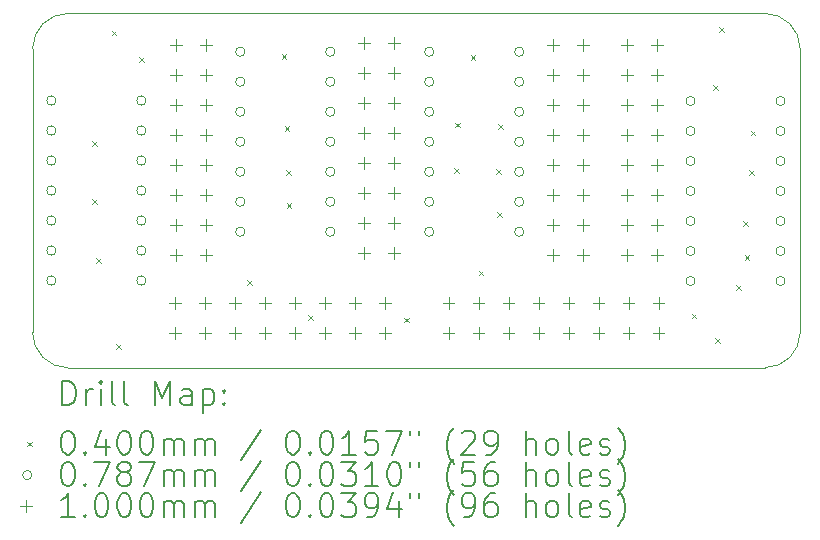
<source format=gbr>
%TF.GenerationSoftware,KiCad,Pcbnew,(6.0.7)*%
%TF.CreationDate,2022-10-12T11:09:08+01:00*%
%TF.ProjectId,RR_5V_HAT,52525f35-565f-4484-9154-2e6b69636164,rev?*%
%TF.SameCoordinates,Original*%
%TF.FileFunction,Drillmap*%
%TF.FilePolarity,Positive*%
%FSLAX45Y45*%
G04 Gerber Fmt 4.5, Leading zero omitted, Abs format (unit mm)*
G04 Created by KiCad (PCBNEW (6.0.7)) date 2022-10-12 11:09:08*
%MOMM*%
%LPD*%
G01*
G04 APERTURE LIST*
%ADD10C,0.100000*%
%ADD11C,0.200000*%
%ADD12C,0.040000*%
%ADD13C,0.078740*%
G04 APERTURE END LIST*
D10*
X23300000Y-3900000D02*
G75*
G03*
X23000000Y-3600000I-300000J0D01*
G01*
X16800000Y-6300000D02*
G75*
G03*
X17100000Y-6600000I300000J0D01*
G01*
X17100000Y-3600000D02*
X23000000Y-3600000D01*
X23300000Y-3900000D02*
X23300000Y-6300000D01*
X23000000Y-6600000D02*
G75*
G03*
X23300000Y-6300000I0J300000D01*
G01*
X16800000Y-6300000D02*
X16800000Y-3900000D01*
X17100000Y-3600000D02*
G75*
G03*
X16800000Y-3900000I0J-300000D01*
G01*
X23000000Y-6600000D02*
X17100000Y-6600000D01*
D11*
D12*
X17304000Y-5172000D02*
X17344000Y-5212000D01*
X17344000Y-5172000D02*
X17304000Y-5212000D01*
X17307000Y-4683000D02*
X17347000Y-4723000D01*
X17347000Y-4683000D02*
X17307000Y-4723000D01*
X17336000Y-5672000D02*
X17376000Y-5712000D01*
X17376000Y-5672000D02*
X17336000Y-5712000D01*
X17470000Y-3745000D02*
X17510000Y-3785000D01*
X17510000Y-3745000D02*
X17470000Y-3785000D01*
X17508000Y-6403000D02*
X17548000Y-6443000D01*
X17548000Y-6403000D02*
X17508000Y-6443000D01*
X17705000Y-3973000D02*
X17745000Y-4013000D01*
X17745000Y-3973000D02*
X17705000Y-4013000D01*
X18620000Y-5860000D02*
X18660000Y-5900000D01*
X18660000Y-5860000D02*
X18620000Y-5900000D01*
X18908000Y-3945000D02*
X18948000Y-3985000D01*
X18948000Y-3945000D02*
X18908000Y-3985000D01*
X18935000Y-4555000D02*
X18975000Y-4595000D01*
X18975000Y-4555000D02*
X18935000Y-4595000D01*
X18947000Y-4929000D02*
X18987000Y-4969000D01*
X18987000Y-4929000D02*
X18947000Y-4969000D01*
X18951000Y-5208000D02*
X18991000Y-5248000D01*
X18991000Y-5208000D02*
X18951000Y-5248000D01*
X19135000Y-6155000D02*
X19175000Y-6195000D01*
X19175000Y-6155000D02*
X19135000Y-6195000D01*
X19945000Y-6175000D02*
X19985000Y-6215000D01*
X19985000Y-6175000D02*
X19945000Y-6215000D01*
X20370000Y-4910000D02*
X20410000Y-4950000D01*
X20410000Y-4910000D02*
X20370000Y-4950000D01*
X20380000Y-4525000D02*
X20420000Y-4565000D01*
X20420000Y-4525000D02*
X20380000Y-4565000D01*
X20510000Y-3955000D02*
X20550000Y-3995000D01*
X20550000Y-3955000D02*
X20510000Y-3995000D01*
X20578000Y-5779000D02*
X20618000Y-5819000D01*
X20618000Y-5779000D02*
X20578000Y-5819000D01*
X20725000Y-4920000D02*
X20765000Y-4960000D01*
X20765000Y-4920000D02*
X20725000Y-4960000D01*
X20735000Y-5280000D02*
X20775000Y-5320000D01*
X20775000Y-5280000D02*
X20735000Y-5320000D01*
X20745000Y-4535000D02*
X20785000Y-4575000D01*
X20785000Y-4535000D02*
X20745000Y-4575000D01*
X22380000Y-6142000D02*
X22420000Y-6182000D01*
X22420000Y-6142000D02*
X22380000Y-6182000D01*
X22560000Y-4210000D02*
X22600000Y-4250000D01*
X22600000Y-4210000D02*
X22560000Y-4250000D01*
X22580000Y-6350000D02*
X22620000Y-6390000D01*
X22620000Y-6350000D02*
X22580000Y-6390000D01*
X22615000Y-3715000D02*
X22655000Y-3755000D01*
X22655000Y-3715000D02*
X22615000Y-3755000D01*
X22757000Y-5898000D02*
X22797000Y-5938000D01*
X22797000Y-5898000D02*
X22757000Y-5938000D01*
X22814000Y-5358000D02*
X22854000Y-5398000D01*
X22854000Y-5358000D02*
X22814000Y-5398000D01*
X22828000Y-5644000D02*
X22868000Y-5684000D01*
X22868000Y-5644000D02*
X22828000Y-5684000D01*
X22868000Y-4925000D02*
X22908000Y-4965000D01*
X22908000Y-4925000D02*
X22868000Y-4965000D01*
X22880000Y-4593000D02*
X22920000Y-4633000D01*
X22920000Y-4593000D02*
X22880000Y-4633000D01*
D13*
X16998370Y-4338000D02*
G75*
G03*
X16998370Y-4338000I-39370J0D01*
G01*
X16998370Y-4592000D02*
G75*
G03*
X16998370Y-4592000I-39370J0D01*
G01*
X16998370Y-4846000D02*
G75*
G03*
X16998370Y-4846000I-39370J0D01*
G01*
X16998370Y-5100000D02*
G75*
G03*
X16998370Y-5100000I-39370J0D01*
G01*
X16998370Y-5354000D02*
G75*
G03*
X16998370Y-5354000I-39370J0D01*
G01*
X16998370Y-5608000D02*
G75*
G03*
X16998370Y-5608000I-39370J0D01*
G01*
X16998370Y-5862000D02*
G75*
G03*
X16998370Y-5862000I-39370J0D01*
G01*
X17760370Y-4338000D02*
G75*
G03*
X17760370Y-4338000I-39370J0D01*
G01*
X17760370Y-4592000D02*
G75*
G03*
X17760370Y-4592000I-39370J0D01*
G01*
X17760370Y-4846000D02*
G75*
G03*
X17760370Y-4846000I-39370J0D01*
G01*
X17760370Y-5100000D02*
G75*
G03*
X17760370Y-5100000I-39370J0D01*
G01*
X17760370Y-5354000D02*
G75*
G03*
X17760370Y-5354000I-39370J0D01*
G01*
X17760370Y-5608000D02*
G75*
G03*
X17760370Y-5608000I-39370J0D01*
G01*
X17760370Y-5862000D02*
G75*
G03*
X17760370Y-5862000I-39370J0D01*
G01*
X18598370Y-3924500D02*
G75*
G03*
X18598370Y-3924500I-39370J0D01*
G01*
X18598370Y-4178500D02*
G75*
G03*
X18598370Y-4178500I-39370J0D01*
G01*
X18598370Y-4432500D02*
G75*
G03*
X18598370Y-4432500I-39370J0D01*
G01*
X18598370Y-4686500D02*
G75*
G03*
X18598370Y-4686500I-39370J0D01*
G01*
X18598370Y-4940500D02*
G75*
G03*
X18598370Y-4940500I-39370J0D01*
G01*
X18598370Y-5194500D02*
G75*
G03*
X18598370Y-5194500I-39370J0D01*
G01*
X18598370Y-5448500D02*
G75*
G03*
X18598370Y-5448500I-39370J0D01*
G01*
X19360370Y-3924500D02*
G75*
G03*
X19360370Y-3924500I-39370J0D01*
G01*
X19360370Y-4178500D02*
G75*
G03*
X19360370Y-4178500I-39370J0D01*
G01*
X19360370Y-4432500D02*
G75*
G03*
X19360370Y-4432500I-39370J0D01*
G01*
X19360370Y-4686500D02*
G75*
G03*
X19360370Y-4686500I-39370J0D01*
G01*
X19360370Y-4940500D02*
G75*
G03*
X19360370Y-4940500I-39370J0D01*
G01*
X19360370Y-5194500D02*
G75*
G03*
X19360370Y-5194500I-39370J0D01*
G01*
X19360370Y-5448500D02*
G75*
G03*
X19360370Y-5448500I-39370J0D01*
G01*
X20198370Y-3924500D02*
G75*
G03*
X20198370Y-3924500I-39370J0D01*
G01*
X20198370Y-4178500D02*
G75*
G03*
X20198370Y-4178500I-39370J0D01*
G01*
X20198370Y-4432500D02*
G75*
G03*
X20198370Y-4432500I-39370J0D01*
G01*
X20198370Y-4686500D02*
G75*
G03*
X20198370Y-4686500I-39370J0D01*
G01*
X20198370Y-4940500D02*
G75*
G03*
X20198370Y-4940500I-39370J0D01*
G01*
X20198370Y-5194500D02*
G75*
G03*
X20198370Y-5194500I-39370J0D01*
G01*
X20198370Y-5448500D02*
G75*
G03*
X20198370Y-5448500I-39370J0D01*
G01*
X20960370Y-3924500D02*
G75*
G03*
X20960370Y-3924500I-39370J0D01*
G01*
X20960370Y-4178500D02*
G75*
G03*
X20960370Y-4178500I-39370J0D01*
G01*
X20960370Y-4432500D02*
G75*
G03*
X20960370Y-4432500I-39370J0D01*
G01*
X20960370Y-4686500D02*
G75*
G03*
X20960370Y-4686500I-39370J0D01*
G01*
X20960370Y-4940500D02*
G75*
G03*
X20960370Y-4940500I-39370J0D01*
G01*
X20960370Y-5194500D02*
G75*
G03*
X20960370Y-5194500I-39370J0D01*
G01*
X20960370Y-5448500D02*
G75*
G03*
X20960370Y-5448500I-39370J0D01*
G01*
X22410370Y-4342000D02*
G75*
G03*
X22410370Y-4342000I-39370J0D01*
G01*
X22410370Y-4596000D02*
G75*
G03*
X22410370Y-4596000I-39370J0D01*
G01*
X22410370Y-4850000D02*
G75*
G03*
X22410370Y-4850000I-39370J0D01*
G01*
X22410370Y-5104000D02*
G75*
G03*
X22410370Y-5104000I-39370J0D01*
G01*
X22410370Y-5358000D02*
G75*
G03*
X22410370Y-5358000I-39370J0D01*
G01*
X22410370Y-5612000D02*
G75*
G03*
X22410370Y-5612000I-39370J0D01*
G01*
X22410370Y-5866000D02*
G75*
G03*
X22410370Y-5866000I-39370J0D01*
G01*
X23172370Y-4342000D02*
G75*
G03*
X23172370Y-4342000I-39370J0D01*
G01*
X23172370Y-4596000D02*
G75*
G03*
X23172370Y-4596000I-39370J0D01*
G01*
X23172370Y-4850000D02*
G75*
G03*
X23172370Y-4850000I-39370J0D01*
G01*
X23172370Y-5104000D02*
G75*
G03*
X23172370Y-5104000I-39370J0D01*
G01*
X23172370Y-5358000D02*
G75*
G03*
X23172370Y-5358000I-39370J0D01*
G01*
X23172370Y-5612000D02*
G75*
G03*
X23172370Y-5612000I-39370J0D01*
G01*
X23172370Y-5866000D02*
G75*
G03*
X23172370Y-5866000I-39370J0D01*
G01*
D10*
X18009500Y-6001000D02*
X18009500Y-6101000D01*
X17959500Y-6051000D02*
X18059500Y-6051000D01*
X18009500Y-6255000D02*
X18009500Y-6355000D01*
X17959500Y-6305000D02*
X18059500Y-6305000D01*
X18013500Y-3817780D02*
X18013500Y-3917780D01*
X17963500Y-3867780D02*
X18063500Y-3867780D01*
X18013500Y-4071780D02*
X18013500Y-4171780D01*
X17963500Y-4121780D02*
X18063500Y-4121780D01*
X18013500Y-4325780D02*
X18013500Y-4425780D01*
X17963500Y-4375780D02*
X18063500Y-4375780D01*
X18013500Y-4579780D02*
X18013500Y-4679780D01*
X17963500Y-4629780D02*
X18063500Y-4629780D01*
X18013500Y-4833780D02*
X18013500Y-4933780D01*
X17963500Y-4883780D02*
X18063500Y-4883780D01*
X18013500Y-5087780D02*
X18013500Y-5187780D01*
X17963500Y-5137780D02*
X18063500Y-5137780D01*
X18013500Y-5341780D02*
X18013500Y-5441780D01*
X17963500Y-5391780D02*
X18063500Y-5391780D01*
X18013500Y-5595780D02*
X18013500Y-5695780D01*
X17963500Y-5645780D02*
X18063500Y-5645780D01*
X18263500Y-6001000D02*
X18263500Y-6101000D01*
X18213500Y-6051000D02*
X18313500Y-6051000D01*
X18263500Y-6255000D02*
X18263500Y-6355000D01*
X18213500Y-6305000D02*
X18313500Y-6305000D01*
X18267500Y-3817780D02*
X18267500Y-3917780D01*
X18217500Y-3867780D02*
X18317500Y-3867780D01*
X18267500Y-4071780D02*
X18267500Y-4171780D01*
X18217500Y-4121780D02*
X18317500Y-4121780D01*
X18267500Y-4325780D02*
X18267500Y-4425780D01*
X18217500Y-4375780D02*
X18317500Y-4375780D01*
X18267500Y-4579780D02*
X18267500Y-4679780D01*
X18217500Y-4629780D02*
X18317500Y-4629780D01*
X18267500Y-4833780D02*
X18267500Y-4933780D01*
X18217500Y-4883780D02*
X18317500Y-4883780D01*
X18267500Y-5087780D02*
X18267500Y-5187780D01*
X18217500Y-5137780D02*
X18317500Y-5137780D01*
X18267500Y-5341780D02*
X18267500Y-5441780D01*
X18217500Y-5391780D02*
X18317500Y-5391780D01*
X18267500Y-5595780D02*
X18267500Y-5695780D01*
X18217500Y-5645780D02*
X18317500Y-5645780D01*
X18517500Y-6001000D02*
X18517500Y-6101000D01*
X18467500Y-6051000D02*
X18567500Y-6051000D01*
X18517500Y-6255000D02*
X18517500Y-6355000D01*
X18467500Y-6305000D02*
X18567500Y-6305000D01*
X18771500Y-6001000D02*
X18771500Y-6101000D01*
X18721500Y-6051000D02*
X18821500Y-6051000D01*
X18771500Y-6255000D02*
X18771500Y-6355000D01*
X18721500Y-6305000D02*
X18821500Y-6305000D01*
X19025500Y-6001000D02*
X19025500Y-6101000D01*
X18975500Y-6051000D02*
X19075500Y-6051000D01*
X19025500Y-6255000D02*
X19025500Y-6355000D01*
X18975500Y-6305000D02*
X19075500Y-6305000D01*
X19279500Y-6001000D02*
X19279500Y-6101000D01*
X19229500Y-6051000D02*
X19329500Y-6051000D01*
X19279500Y-6255000D02*
X19279500Y-6355000D01*
X19229500Y-6305000D02*
X19329500Y-6305000D01*
X19533500Y-6001000D02*
X19533500Y-6101000D01*
X19483500Y-6051000D02*
X19583500Y-6051000D01*
X19533500Y-6255000D02*
X19533500Y-6355000D01*
X19483500Y-6305000D02*
X19583500Y-6305000D01*
X19603500Y-3801040D02*
X19603500Y-3901040D01*
X19553500Y-3851040D02*
X19653500Y-3851040D01*
X19603500Y-4055040D02*
X19603500Y-4155040D01*
X19553500Y-4105040D02*
X19653500Y-4105040D01*
X19603500Y-4309040D02*
X19603500Y-4409040D01*
X19553500Y-4359040D02*
X19653500Y-4359040D01*
X19603500Y-4563040D02*
X19603500Y-4663040D01*
X19553500Y-4613040D02*
X19653500Y-4613040D01*
X19603500Y-4817040D02*
X19603500Y-4917040D01*
X19553500Y-4867040D02*
X19653500Y-4867040D01*
X19603500Y-5071040D02*
X19603500Y-5171040D01*
X19553500Y-5121040D02*
X19653500Y-5121040D01*
X19603500Y-5325040D02*
X19603500Y-5425040D01*
X19553500Y-5375040D02*
X19653500Y-5375040D01*
X19603500Y-5579040D02*
X19603500Y-5679040D01*
X19553500Y-5629040D02*
X19653500Y-5629040D01*
X19787500Y-6001000D02*
X19787500Y-6101000D01*
X19737500Y-6051000D02*
X19837500Y-6051000D01*
X19787500Y-6255000D02*
X19787500Y-6355000D01*
X19737500Y-6305000D02*
X19837500Y-6305000D01*
X19857500Y-3801040D02*
X19857500Y-3901040D01*
X19807500Y-3851040D02*
X19907500Y-3851040D01*
X19857500Y-4055040D02*
X19857500Y-4155040D01*
X19807500Y-4105040D02*
X19907500Y-4105040D01*
X19857500Y-4309040D02*
X19857500Y-4409040D01*
X19807500Y-4359040D02*
X19907500Y-4359040D01*
X19857500Y-4563040D02*
X19857500Y-4663040D01*
X19807500Y-4613040D02*
X19907500Y-4613040D01*
X19857500Y-4817040D02*
X19857500Y-4917040D01*
X19807500Y-4867040D02*
X19907500Y-4867040D01*
X19857500Y-5071040D02*
X19857500Y-5171040D01*
X19807500Y-5121040D02*
X19907500Y-5121040D01*
X19857500Y-5325040D02*
X19857500Y-5425040D01*
X19807500Y-5375040D02*
X19907500Y-5375040D01*
X19857500Y-5579040D02*
X19857500Y-5679040D01*
X19807500Y-5629040D02*
X19907500Y-5629040D01*
X20322500Y-6000000D02*
X20322500Y-6100000D01*
X20272500Y-6050000D02*
X20372500Y-6050000D01*
X20322500Y-6254000D02*
X20322500Y-6354000D01*
X20272500Y-6304000D02*
X20372500Y-6304000D01*
X20576500Y-6000000D02*
X20576500Y-6100000D01*
X20526500Y-6050000D02*
X20626500Y-6050000D01*
X20576500Y-6254000D02*
X20576500Y-6354000D01*
X20526500Y-6304000D02*
X20626500Y-6304000D01*
X20830500Y-6000000D02*
X20830500Y-6100000D01*
X20780500Y-6050000D02*
X20880500Y-6050000D01*
X20830500Y-6254000D02*
X20830500Y-6354000D01*
X20780500Y-6304000D02*
X20880500Y-6304000D01*
X21084500Y-6000000D02*
X21084500Y-6100000D01*
X21034500Y-6050000D02*
X21134500Y-6050000D01*
X21084500Y-6254000D02*
X21084500Y-6354000D01*
X21034500Y-6304000D02*
X21134500Y-6304000D01*
X21203500Y-3819500D02*
X21203500Y-3919500D01*
X21153500Y-3869500D02*
X21253500Y-3869500D01*
X21203500Y-4073500D02*
X21203500Y-4173500D01*
X21153500Y-4123500D02*
X21253500Y-4123500D01*
X21203500Y-4327500D02*
X21203500Y-4427500D01*
X21153500Y-4377500D02*
X21253500Y-4377500D01*
X21203500Y-4581500D02*
X21203500Y-4681500D01*
X21153500Y-4631500D02*
X21253500Y-4631500D01*
X21203500Y-4835500D02*
X21203500Y-4935500D01*
X21153500Y-4885500D02*
X21253500Y-4885500D01*
X21203500Y-5089500D02*
X21203500Y-5189500D01*
X21153500Y-5139500D02*
X21253500Y-5139500D01*
X21203500Y-5343500D02*
X21203500Y-5443500D01*
X21153500Y-5393500D02*
X21253500Y-5393500D01*
X21203500Y-5597500D02*
X21203500Y-5697500D01*
X21153500Y-5647500D02*
X21253500Y-5647500D01*
X21338500Y-6000000D02*
X21338500Y-6100000D01*
X21288500Y-6050000D02*
X21388500Y-6050000D01*
X21338500Y-6254000D02*
X21338500Y-6354000D01*
X21288500Y-6304000D02*
X21388500Y-6304000D01*
X21457500Y-3819500D02*
X21457500Y-3919500D01*
X21407500Y-3869500D02*
X21507500Y-3869500D01*
X21457500Y-4073500D02*
X21457500Y-4173500D01*
X21407500Y-4123500D02*
X21507500Y-4123500D01*
X21457500Y-4327500D02*
X21457500Y-4427500D01*
X21407500Y-4377500D02*
X21507500Y-4377500D01*
X21457500Y-4581500D02*
X21457500Y-4681500D01*
X21407500Y-4631500D02*
X21507500Y-4631500D01*
X21457500Y-4835500D02*
X21457500Y-4935500D01*
X21407500Y-4885500D02*
X21507500Y-4885500D01*
X21457500Y-5089500D02*
X21457500Y-5189500D01*
X21407500Y-5139500D02*
X21507500Y-5139500D01*
X21457500Y-5343500D02*
X21457500Y-5443500D01*
X21407500Y-5393500D02*
X21507500Y-5393500D01*
X21457500Y-5597500D02*
X21457500Y-5697500D01*
X21407500Y-5647500D02*
X21507500Y-5647500D01*
X21592500Y-6000000D02*
X21592500Y-6100000D01*
X21542500Y-6050000D02*
X21642500Y-6050000D01*
X21592500Y-6254000D02*
X21592500Y-6354000D01*
X21542500Y-6304000D02*
X21642500Y-6304000D01*
X21832500Y-3820000D02*
X21832500Y-3920000D01*
X21782500Y-3870000D02*
X21882500Y-3870000D01*
X21832500Y-4074000D02*
X21832500Y-4174000D01*
X21782500Y-4124000D02*
X21882500Y-4124000D01*
X21832500Y-4328000D02*
X21832500Y-4428000D01*
X21782500Y-4378000D02*
X21882500Y-4378000D01*
X21832500Y-4582000D02*
X21832500Y-4682000D01*
X21782500Y-4632000D02*
X21882500Y-4632000D01*
X21832500Y-4836000D02*
X21832500Y-4936000D01*
X21782500Y-4886000D02*
X21882500Y-4886000D01*
X21832500Y-5090000D02*
X21832500Y-5190000D01*
X21782500Y-5140000D02*
X21882500Y-5140000D01*
X21832500Y-5344000D02*
X21832500Y-5444000D01*
X21782500Y-5394000D02*
X21882500Y-5394000D01*
X21832500Y-5598000D02*
X21832500Y-5698000D01*
X21782500Y-5648000D02*
X21882500Y-5648000D01*
X21846500Y-6000000D02*
X21846500Y-6100000D01*
X21796500Y-6050000D02*
X21896500Y-6050000D01*
X21846500Y-6254000D02*
X21846500Y-6354000D01*
X21796500Y-6304000D02*
X21896500Y-6304000D01*
X22086500Y-3820000D02*
X22086500Y-3920000D01*
X22036500Y-3870000D02*
X22136500Y-3870000D01*
X22086500Y-4074000D02*
X22086500Y-4174000D01*
X22036500Y-4124000D02*
X22136500Y-4124000D01*
X22086500Y-4328000D02*
X22086500Y-4428000D01*
X22036500Y-4378000D02*
X22136500Y-4378000D01*
X22086500Y-4582000D02*
X22086500Y-4682000D01*
X22036500Y-4632000D02*
X22136500Y-4632000D01*
X22086500Y-4836000D02*
X22086500Y-4936000D01*
X22036500Y-4886000D02*
X22136500Y-4886000D01*
X22086500Y-5090000D02*
X22086500Y-5190000D01*
X22036500Y-5140000D02*
X22136500Y-5140000D01*
X22086500Y-5344000D02*
X22086500Y-5444000D01*
X22036500Y-5394000D02*
X22136500Y-5394000D01*
X22086500Y-5598000D02*
X22086500Y-5698000D01*
X22036500Y-5648000D02*
X22136500Y-5648000D01*
X22100500Y-6000000D02*
X22100500Y-6100000D01*
X22050500Y-6050000D02*
X22150500Y-6050000D01*
X22100500Y-6254000D02*
X22100500Y-6354000D01*
X22050500Y-6304000D02*
X22150500Y-6304000D01*
D11*
X17052619Y-6915476D02*
X17052619Y-6715476D01*
X17100238Y-6715476D01*
X17128810Y-6725000D01*
X17147857Y-6744048D01*
X17157381Y-6763095D01*
X17166905Y-6801190D01*
X17166905Y-6829762D01*
X17157381Y-6867857D01*
X17147857Y-6886905D01*
X17128810Y-6905952D01*
X17100238Y-6915476D01*
X17052619Y-6915476D01*
X17252619Y-6915476D02*
X17252619Y-6782143D01*
X17252619Y-6820238D02*
X17262143Y-6801190D01*
X17271667Y-6791667D01*
X17290714Y-6782143D01*
X17309762Y-6782143D01*
X17376429Y-6915476D02*
X17376429Y-6782143D01*
X17376429Y-6715476D02*
X17366905Y-6725000D01*
X17376429Y-6734524D01*
X17385952Y-6725000D01*
X17376429Y-6715476D01*
X17376429Y-6734524D01*
X17500238Y-6915476D02*
X17481190Y-6905952D01*
X17471667Y-6886905D01*
X17471667Y-6715476D01*
X17605000Y-6915476D02*
X17585952Y-6905952D01*
X17576429Y-6886905D01*
X17576429Y-6715476D01*
X17833571Y-6915476D02*
X17833571Y-6715476D01*
X17900238Y-6858333D01*
X17966905Y-6715476D01*
X17966905Y-6915476D01*
X18147857Y-6915476D02*
X18147857Y-6810714D01*
X18138333Y-6791667D01*
X18119286Y-6782143D01*
X18081190Y-6782143D01*
X18062143Y-6791667D01*
X18147857Y-6905952D02*
X18128810Y-6915476D01*
X18081190Y-6915476D01*
X18062143Y-6905952D01*
X18052619Y-6886905D01*
X18052619Y-6867857D01*
X18062143Y-6848809D01*
X18081190Y-6839286D01*
X18128810Y-6839286D01*
X18147857Y-6829762D01*
X18243095Y-6782143D02*
X18243095Y-6982143D01*
X18243095Y-6791667D02*
X18262143Y-6782143D01*
X18300238Y-6782143D01*
X18319286Y-6791667D01*
X18328810Y-6801190D01*
X18338333Y-6820238D01*
X18338333Y-6877381D01*
X18328810Y-6896428D01*
X18319286Y-6905952D01*
X18300238Y-6915476D01*
X18262143Y-6915476D01*
X18243095Y-6905952D01*
X18424048Y-6896428D02*
X18433571Y-6905952D01*
X18424048Y-6915476D01*
X18414524Y-6905952D01*
X18424048Y-6896428D01*
X18424048Y-6915476D01*
X18424048Y-6791667D02*
X18433571Y-6801190D01*
X18424048Y-6810714D01*
X18414524Y-6801190D01*
X18424048Y-6791667D01*
X18424048Y-6810714D01*
D12*
X16755000Y-7225000D02*
X16795000Y-7265000D01*
X16795000Y-7225000D02*
X16755000Y-7265000D01*
D11*
X17090714Y-7135476D02*
X17109762Y-7135476D01*
X17128810Y-7145000D01*
X17138333Y-7154524D01*
X17147857Y-7173571D01*
X17157381Y-7211667D01*
X17157381Y-7259286D01*
X17147857Y-7297381D01*
X17138333Y-7316428D01*
X17128810Y-7325952D01*
X17109762Y-7335476D01*
X17090714Y-7335476D01*
X17071667Y-7325952D01*
X17062143Y-7316428D01*
X17052619Y-7297381D01*
X17043095Y-7259286D01*
X17043095Y-7211667D01*
X17052619Y-7173571D01*
X17062143Y-7154524D01*
X17071667Y-7145000D01*
X17090714Y-7135476D01*
X17243095Y-7316428D02*
X17252619Y-7325952D01*
X17243095Y-7335476D01*
X17233571Y-7325952D01*
X17243095Y-7316428D01*
X17243095Y-7335476D01*
X17424048Y-7202143D02*
X17424048Y-7335476D01*
X17376429Y-7125952D02*
X17328810Y-7268809D01*
X17452619Y-7268809D01*
X17566905Y-7135476D02*
X17585952Y-7135476D01*
X17605000Y-7145000D01*
X17614524Y-7154524D01*
X17624048Y-7173571D01*
X17633571Y-7211667D01*
X17633571Y-7259286D01*
X17624048Y-7297381D01*
X17614524Y-7316428D01*
X17605000Y-7325952D01*
X17585952Y-7335476D01*
X17566905Y-7335476D01*
X17547857Y-7325952D01*
X17538333Y-7316428D01*
X17528810Y-7297381D01*
X17519286Y-7259286D01*
X17519286Y-7211667D01*
X17528810Y-7173571D01*
X17538333Y-7154524D01*
X17547857Y-7145000D01*
X17566905Y-7135476D01*
X17757381Y-7135476D02*
X17776429Y-7135476D01*
X17795476Y-7145000D01*
X17805000Y-7154524D01*
X17814524Y-7173571D01*
X17824048Y-7211667D01*
X17824048Y-7259286D01*
X17814524Y-7297381D01*
X17805000Y-7316428D01*
X17795476Y-7325952D01*
X17776429Y-7335476D01*
X17757381Y-7335476D01*
X17738333Y-7325952D01*
X17728810Y-7316428D01*
X17719286Y-7297381D01*
X17709762Y-7259286D01*
X17709762Y-7211667D01*
X17719286Y-7173571D01*
X17728810Y-7154524D01*
X17738333Y-7145000D01*
X17757381Y-7135476D01*
X17909762Y-7335476D02*
X17909762Y-7202143D01*
X17909762Y-7221190D02*
X17919286Y-7211667D01*
X17938333Y-7202143D01*
X17966905Y-7202143D01*
X17985952Y-7211667D01*
X17995476Y-7230714D01*
X17995476Y-7335476D01*
X17995476Y-7230714D02*
X18005000Y-7211667D01*
X18024048Y-7202143D01*
X18052619Y-7202143D01*
X18071667Y-7211667D01*
X18081190Y-7230714D01*
X18081190Y-7335476D01*
X18176429Y-7335476D02*
X18176429Y-7202143D01*
X18176429Y-7221190D02*
X18185952Y-7211667D01*
X18205000Y-7202143D01*
X18233571Y-7202143D01*
X18252619Y-7211667D01*
X18262143Y-7230714D01*
X18262143Y-7335476D01*
X18262143Y-7230714D02*
X18271667Y-7211667D01*
X18290714Y-7202143D01*
X18319286Y-7202143D01*
X18338333Y-7211667D01*
X18347857Y-7230714D01*
X18347857Y-7335476D01*
X18738333Y-7125952D02*
X18566905Y-7383095D01*
X18995476Y-7135476D02*
X19014524Y-7135476D01*
X19033571Y-7145000D01*
X19043095Y-7154524D01*
X19052619Y-7173571D01*
X19062143Y-7211667D01*
X19062143Y-7259286D01*
X19052619Y-7297381D01*
X19043095Y-7316428D01*
X19033571Y-7325952D01*
X19014524Y-7335476D01*
X18995476Y-7335476D01*
X18976429Y-7325952D01*
X18966905Y-7316428D01*
X18957381Y-7297381D01*
X18947857Y-7259286D01*
X18947857Y-7211667D01*
X18957381Y-7173571D01*
X18966905Y-7154524D01*
X18976429Y-7145000D01*
X18995476Y-7135476D01*
X19147857Y-7316428D02*
X19157381Y-7325952D01*
X19147857Y-7335476D01*
X19138333Y-7325952D01*
X19147857Y-7316428D01*
X19147857Y-7335476D01*
X19281190Y-7135476D02*
X19300238Y-7135476D01*
X19319286Y-7145000D01*
X19328810Y-7154524D01*
X19338333Y-7173571D01*
X19347857Y-7211667D01*
X19347857Y-7259286D01*
X19338333Y-7297381D01*
X19328810Y-7316428D01*
X19319286Y-7325952D01*
X19300238Y-7335476D01*
X19281190Y-7335476D01*
X19262143Y-7325952D01*
X19252619Y-7316428D01*
X19243095Y-7297381D01*
X19233571Y-7259286D01*
X19233571Y-7211667D01*
X19243095Y-7173571D01*
X19252619Y-7154524D01*
X19262143Y-7145000D01*
X19281190Y-7135476D01*
X19538333Y-7335476D02*
X19424048Y-7335476D01*
X19481190Y-7335476D02*
X19481190Y-7135476D01*
X19462143Y-7164048D01*
X19443095Y-7183095D01*
X19424048Y-7192619D01*
X19719286Y-7135476D02*
X19624048Y-7135476D01*
X19614524Y-7230714D01*
X19624048Y-7221190D01*
X19643095Y-7211667D01*
X19690714Y-7211667D01*
X19709762Y-7221190D01*
X19719286Y-7230714D01*
X19728810Y-7249762D01*
X19728810Y-7297381D01*
X19719286Y-7316428D01*
X19709762Y-7325952D01*
X19690714Y-7335476D01*
X19643095Y-7335476D01*
X19624048Y-7325952D01*
X19614524Y-7316428D01*
X19795476Y-7135476D02*
X19928810Y-7135476D01*
X19843095Y-7335476D01*
X19995476Y-7135476D02*
X19995476Y-7173571D01*
X20071667Y-7135476D02*
X20071667Y-7173571D01*
X20366905Y-7411667D02*
X20357381Y-7402143D01*
X20338333Y-7373571D01*
X20328810Y-7354524D01*
X20319286Y-7325952D01*
X20309762Y-7278333D01*
X20309762Y-7240238D01*
X20319286Y-7192619D01*
X20328810Y-7164048D01*
X20338333Y-7145000D01*
X20357381Y-7116428D01*
X20366905Y-7106905D01*
X20433571Y-7154524D02*
X20443095Y-7145000D01*
X20462143Y-7135476D01*
X20509762Y-7135476D01*
X20528810Y-7145000D01*
X20538333Y-7154524D01*
X20547857Y-7173571D01*
X20547857Y-7192619D01*
X20538333Y-7221190D01*
X20424048Y-7335476D01*
X20547857Y-7335476D01*
X20643095Y-7335476D02*
X20681190Y-7335476D01*
X20700238Y-7325952D01*
X20709762Y-7316428D01*
X20728810Y-7287857D01*
X20738333Y-7249762D01*
X20738333Y-7173571D01*
X20728810Y-7154524D01*
X20719286Y-7145000D01*
X20700238Y-7135476D01*
X20662143Y-7135476D01*
X20643095Y-7145000D01*
X20633571Y-7154524D01*
X20624048Y-7173571D01*
X20624048Y-7221190D01*
X20633571Y-7240238D01*
X20643095Y-7249762D01*
X20662143Y-7259286D01*
X20700238Y-7259286D01*
X20719286Y-7249762D01*
X20728810Y-7240238D01*
X20738333Y-7221190D01*
X20976429Y-7335476D02*
X20976429Y-7135476D01*
X21062143Y-7335476D02*
X21062143Y-7230714D01*
X21052619Y-7211667D01*
X21033571Y-7202143D01*
X21005000Y-7202143D01*
X20985952Y-7211667D01*
X20976429Y-7221190D01*
X21185952Y-7335476D02*
X21166905Y-7325952D01*
X21157381Y-7316428D01*
X21147857Y-7297381D01*
X21147857Y-7240238D01*
X21157381Y-7221190D01*
X21166905Y-7211667D01*
X21185952Y-7202143D01*
X21214524Y-7202143D01*
X21233571Y-7211667D01*
X21243095Y-7221190D01*
X21252619Y-7240238D01*
X21252619Y-7297381D01*
X21243095Y-7316428D01*
X21233571Y-7325952D01*
X21214524Y-7335476D01*
X21185952Y-7335476D01*
X21366905Y-7335476D02*
X21347857Y-7325952D01*
X21338333Y-7306905D01*
X21338333Y-7135476D01*
X21519286Y-7325952D02*
X21500238Y-7335476D01*
X21462143Y-7335476D01*
X21443095Y-7325952D01*
X21433571Y-7306905D01*
X21433571Y-7230714D01*
X21443095Y-7211667D01*
X21462143Y-7202143D01*
X21500238Y-7202143D01*
X21519286Y-7211667D01*
X21528810Y-7230714D01*
X21528810Y-7249762D01*
X21433571Y-7268809D01*
X21605000Y-7325952D02*
X21624048Y-7335476D01*
X21662143Y-7335476D01*
X21681190Y-7325952D01*
X21690714Y-7306905D01*
X21690714Y-7297381D01*
X21681190Y-7278333D01*
X21662143Y-7268809D01*
X21633571Y-7268809D01*
X21614524Y-7259286D01*
X21605000Y-7240238D01*
X21605000Y-7230714D01*
X21614524Y-7211667D01*
X21633571Y-7202143D01*
X21662143Y-7202143D01*
X21681190Y-7211667D01*
X21757381Y-7411667D02*
X21766905Y-7402143D01*
X21785952Y-7373571D01*
X21795476Y-7354524D01*
X21805000Y-7325952D01*
X21814524Y-7278333D01*
X21814524Y-7240238D01*
X21805000Y-7192619D01*
X21795476Y-7164048D01*
X21785952Y-7145000D01*
X21766905Y-7116428D01*
X21757381Y-7106905D01*
D13*
X16795000Y-7509000D02*
G75*
G03*
X16795000Y-7509000I-39370J0D01*
G01*
D11*
X17090714Y-7399476D02*
X17109762Y-7399476D01*
X17128810Y-7409000D01*
X17138333Y-7418524D01*
X17147857Y-7437571D01*
X17157381Y-7475667D01*
X17157381Y-7523286D01*
X17147857Y-7561381D01*
X17138333Y-7580428D01*
X17128810Y-7589952D01*
X17109762Y-7599476D01*
X17090714Y-7599476D01*
X17071667Y-7589952D01*
X17062143Y-7580428D01*
X17052619Y-7561381D01*
X17043095Y-7523286D01*
X17043095Y-7475667D01*
X17052619Y-7437571D01*
X17062143Y-7418524D01*
X17071667Y-7409000D01*
X17090714Y-7399476D01*
X17243095Y-7580428D02*
X17252619Y-7589952D01*
X17243095Y-7599476D01*
X17233571Y-7589952D01*
X17243095Y-7580428D01*
X17243095Y-7599476D01*
X17319286Y-7399476D02*
X17452619Y-7399476D01*
X17366905Y-7599476D01*
X17557381Y-7485190D02*
X17538333Y-7475667D01*
X17528810Y-7466143D01*
X17519286Y-7447095D01*
X17519286Y-7437571D01*
X17528810Y-7418524D01*
X17538333Y-7409000D01*
X17557381Y-7399476D01*
X17595476Y-7399476D01*
X17614524Y-7409000D01*
X17624048Y-7418524D01*
X17633571Y-7437571D01*
X17633571Y-7447095D01*
X17624048Y-7466143D01*
X17614524Y-7475667D01*
X17595476Y-7485190D01*
X17557381Y-7485190D01*
X17538333Y-7494714D01*
X17528810Y-7504238D01*
X17519286Y-7523286D01*
X17519286Y-7561381D01*
X17528810Y-7580428D01*
X17538333Y-7589952D01*
X17557381Y-7599476D01*
X17595476Y-7599476D01*
X17614524Y-7589952D01*
X17624048Y-7580428D01*
X17633571Y-7561381D01*
X17633571Y-7523286D01*
X17624048Y-7504238D01*
X17614524Y-7494714D01*
X17595476Y-7485190D01*
X17700238Y-7399476D02*
X17833571Y-7399476D01*
X17747857Y-7599476D01*
X17909762Y-7599476D02*
X17909762Y-7466143D01*
X17909762Y-7485190D02*
X17919286Y-7475667D01*
X17938333Y-7466143D01*
X17966905Y-7466143D01*
X17985952Y-7475667D01*
X17995476Y-7494714D01*
X17995476Y-7599476D01*
X17995476Y-7494714D02*
X18005000Y-7475667D01*
X18024048Y-7466143D01*
X18052619Y-7466143D01*
X18071667Y-7475667D01*
X18081190Y-7494714D01*
X18081190Y-7599476D01*
X18176429Y-7599476D02*
X18176429Y-7466143D01*
X18176429Y-7485190D02*
X18185952Y-7475667D01*
X18205000Y-7466143D01*
X18233571Y-7466143D01*
X18252619Y-7475667D01*
X18262143Y-7494714D01*
X18262143Y-7599476D01*
X18262143Y-7494714D02*
X18271667Y-7475667D01*
X18290714Y-7466143D01*
X18319286Y-7466143D01*
X18338333Y-7475667D01*
X18347857Y-7494714D01*
X18347857Y-7599476D01*
X18738333Y-7389952D02*
X18566905Y-7647095D01*
X18995476Y-7399476D02*
X19014524Y-7399476D01*
X19033571Y-7409000D01*
X19043095Y-7418524D01*
X19052619Y-7437571D01*
X19062143Y-7475667D01*
X19062143Y-7523286D01*
X19052619Y-7561381D01*
X19043095Y-7580428D01*
X19033571Y-7589952D01*
X19014524Y-7599476D01*
X18995476Y-7599476D01*
X18976429Y-7589952D01*
X18966905Y-7580428D01*
X18957381Y-7561381D01*
X18947857Y-7523286D01*
X18947857Y-7475667D01*
X18957381Y-7437571D01*
X18966905Y-7418524D01*
X18976429Y-7409000D01*
X18995476Y-7399476D01*
X19147857Y-7580428D02*
X19157381Y-7589952D01*
X19147857Y-7599476D01*
X19138333Y-7589952D01*
X19147857Y-7580428D01*
X19147857Y-7599476D01*
X19281190Y-7399476D02*
X19300238Y-7399476D01*
X19319286Y-7409000D01*
X19328810Y-7418524D01*
X19338333Y-7437571D01*
X19347857Y-7475667D01*
X19347857Y-7523286D01*
X19338333Y-7561381D01*
X19328810Y-7580428D01*
X19319286Y-7589952D01*
X19300238Y-7599476D01*
X19281190Y-7599476D01*
X19262143Y-7589952D01*
X19252619Y-7580428D01*
X19243095Y-7561381D01*
X19233571Y-7523286D01*
X19233571Y-7475667D01*
X19243095Y-7437571D01*
X19252619Y-7418524D01*
X19262143Y-7409000D01*
X19281190Y-7399476D01*
X19414524Y-7399476D02*
X19538333Y-7399476D01*
X19471667Y-7475667D01*
X19500238Y-7475667D01*
X19519286Y-7485190D01*
X19528810Y-7494714D01*
X19538333Y-7513762D01*
X19538333Y-7561381D01*
X19528810Y-7580428D01*
X19519286Y-7589952D01*
X19500238Y-7599476D01*
X19443095Y-7599476D01*
X19424048Y-7589952D01*
X19414524Y-7580428D01*
X19728810Y-7599476D02*
X19614524Y-7599476D01*
X19671667Y-7599476D02*
X19671667Y-7399476D01*
X19652619Y-7428048D01*
X19633571Y-7447095D01*
X19614524Y-7456619D01*
X19852619Y-7399476D02*
X19871667Y-7399476D01*
X19890714Y-7409000D01*
X19900238Y-7418524D01*
X19909762Y-7437571D01*
X19919286Y-7475667D01*
X19919286Y-7523286D01*
X19909762Y-7561381D01*
X19900238Y-7580428D01*
X19890714Y-7589952D01*
X19871667Y-7599476D01*
X19852619Y-7599476D01*
X19833571Y-7589952D01*
X19824048Y-7580428D01*
X19814524Y-7561381D01*
X19805000Y-7523286D01*
X19805000Y-7475667D01*
X19814524Y-7437571D01*
X19824048Y-7418524D01*
X19833571Y-7409000D01*
X19852619Y-7399476D01*
X19995476Y-7399476D02*
X19995476Y-7437571D01*
X20071667Y-7399476D02*
X20071667Y-7437571D01*
X20366905Y-7675667D02*
X20357381Y-7666143D01*
X20338333Y-7637571D01*
X20328810Y-7618524D01*
X20319286Y-7589952D01*
X20309762Y-7542333D01*
X20309762Y-7504238D01*
X20319286Y-7456619D01*
X20328810Y-7428048D01*
X20338333Y-7409000D01*
X20357381Y-7380428D01*
X20366905Y-7370905D01*
X20538333Y-7399476D02*
X20443095Y-7399476D01*
X20433571Y-7494714D01*
X20443095Y-7485190D01*
X20462143Y-7475667D01*
X20509762Y-7475667D01*
X20528810Y-7485190D01*
X20538333Y-7494714D01*
X20547857Y-7513762D01*
X20547857Y-7561381D01*
X20538333Y-7580428D01*
X20528810Y-7589952D01*
X20509762Y-7599476D01*
X20462143Y-7599476D01*
X20443095Y-7589952D01*
X20433571Y-7580428D01*
X20719286Y-7399476D02*
X20681190Y-7399476D01*
X20662143Y-7409000D01*
X20652619Y-7418524D01*
X20633571Y-7447095D01*
X20624048Y-7485190D01*
X20624048Y-7561381D01*
X20633571Y-7580428D01*
X20643095Y-7589952D01*
X20662143Y-7599476D01*
X20700238Y-7599476D01*
X20719286Y-7589952D01*
X20728810Y-7580428D01*
X20738333Y-7561381D01*
X20738333Y-7513762D01*
X20728810Y-7494714D01*
X20719286Y-7485190D01*
X20700238Y-7475667D01*
X20662143Y-7475667D01*
X20643095Y-7485190D01*
X20633571Y-7494714D01*
X20624048Y-7513762D01*
X20976429Y-7599476D02*
X20976429Y-7399476D01*
X21062143Y-7599476D02*
X21062143Y-7494714D01*
X21052619Y-7475667D01*
X21033571Y-7466143D01*
X21005000Y-7466143D01*
X20985952Y-7475667D01*
X20976429Y-7485190D01*
X21185952Y-7599476D02*
X21166905Y-7589952D01*
X21157381Y-7580428D01*
X21147857Y-7561381D01*
X21147857Y-7504238D01*
X21157381Y-7485190D01*
X21166905Y-7475667D01*
X21185952Y-7466143D01*
X21214524Y-7466143D01*
X21233571Y-7475667D01*
X21243095Y-7485190D01*
X21252619Y-7504238D01*
X21252619Y-7561381D01*
X21243095Y-7580428D01*
X21233571Y-7589952D01*
X21214524Y-7599476D01*
X21185952Y-7599476D01*
X21366905Y-7599476D02*
X21347857Y-7589952D01*
X21338333Y-7570905D01*
X21338333Y-7399476D01*
X21519286Y-7589952D02*
X21500238Y-7599476D01*
X21462143Y-7599476D01*
X21443095Y-7589952D01*
X21433571Y-7570905D01*
X21433571Y-7494714D01*
X21443095Y-7475667D01*
X21462143Y-7466143D01*
X21500238Y-7466143D01*
X21519286Y-7475667D01*
X21528810Y-7494714D01*
X21528810Y-7513762D01*
X21433571Y-7532809D01*
X21605000Y-7589952D02*
X21624048Y-7599476D01*
X21662143Y-7599476D01*
X21681190Y-7589952D01*
X21690714Y-7570905D01*
X21690714Y-7561381D01*
X21681190Y-7542333D01*
X21662143Y-7532809D01*
X21633571Y-7532809D01*
X21614524Y-7523286D01*
X21605000Y-7504238D01*
X21605000Y-7494714D01*
X21614524Y-7475667D01*
X21633571Y-7466143D01*
X21662143Y-7466143D01*
X21681190Y-7475667D01*
X21757381Y-7675667D02*
X21766905Y-7666143D01*
X21785952Y-7637571D01*
X21795476Y-7618524D01*
X21805000Y-7589952D01*
X21814524Y-7542333D01*
X21814524Y-7504238D01*
X21805000Y-7456619D01*
X21795476Y-7428048D01*
X21785952Y-7409000D01*
X21766905Y-7380428D01*
X21757381Y-7370905D01*
D10*
X16745000Y-7723000D02*
X16745000Y-7823000D01*
X16695000Y-7773000D02*
X16795000Y-7773000D01*
D11*
X17157381Y-7863476D02*
X17043095Y-7863476D01*
X17100238Y-7863476D02*
X17100238Y-7663476D01*
X17081190Y-7692048D01*
X17062143Y-7711095D01*
X17043095Y-7720619D01*
X17243095Y-7844428D02*
X17252619Y-7853952D01*
X17243095Y-7863476D01*
X17233571Y-7853952D01*
X17243095Y-7844428D01*
X17243095Y-7863476D01*
X17376429Y-7663476D02*
X17395476Y-7663476D01*
X17414524Y-7673000D01*
X17424048Y-7682524D01*
X17433571Y-7701571D01*
X17443095Y-7739667D01*
X17443095Y-7787286D01*
X17433571Y-7825381D01*
X17424048Y-7844428D01*
X17414524Y-7853952D01*
X17395476Y-7863476D01*
X17376429Y-7863476D01*
X17357381Y-7853952D01*
X17347857Y-7844428D01*
X17338333Y-7825381D01*
X17328810Y-7787286D01*
X17328810Y-7739667D01*
X17338333Y-7701571D01*
X17347857Y-7682524D01*
X17357381Y-7673000D01*
X17376429Y-7663476D01*
X17566905Y-7663476D02*
X17585952Y-7663476D01*
X17605000Y-7673000D01*
X17614524Y-7682524D01*
X17624048Y-7701571D01*
X17633571Y-7739667D01*
X17633571Y-7787286D01*
X17624048Y-7825381D01*
X17614524Y-7844428D01*
X17605000Y-7853952D01*
X17585952Y-7863476D01*
X17566905Y-7863476D01*
X17547857Y-7853952D01*
X17538333Y-7844428D01*
X17528810Y-7825381D01*
X17519286Y-7787286D01*
X17519286Y-7739667D01*
X17528810Y-7701571D01*
X17538333Y-7682524D01*
X17547857Y-7673000D01*
X17566905Y-7663476D01*
X17757381Y-7663476D02*
X17776429Y-7663476D01*
X17795476Y-7673000D01*
X17805000Y-7682524D01*
X17814524Y-7701571D01*
X17824048Y-7739667D01*
X17824048Y-7787286D01*
X17814524Y-7825381D01*
X17805000Y-7844428D01*
X17795476Y-7853952D01*
X17776429Y-7863476D01*
X17757381Y-7863476D01*
X17738333Y-7853952D01*
X17728810Y-7844428D01*
X17719286Y-7825381D01*
X17709762Y-7787286D01*
X17709762Y-7739667D01*
X17719286Y-7701571D01*
X17728810Y-7682524D01*
X17738333Y-7673000D01*
X17757381Y-7663476D01*
X17909762Y-7863476D02*
X17909762Y-7730143D01*
X17909762Y-7749190D02*
X17919286Y-7739667D01*
X17938333Y-7730143D01*
X17966905Y-7730143D01*
X17985952Y-7739667D01*
X17995476Y-7758714D01*
X17995476Y-7863476D01*
X17995476Y-7758714D02*
X18005000Y-7739667D01*
X18024048Y-7730143D01*
X18052619Y-7730143D01*
X18071667Y-7739667D01*
X18081190Y-7758714D01*
X18081190Y-7863476D01*
X18176429Y-7863476D02*
X18176429Y-7730143D01*
X18176429Y-7749190D02*
X18185952Y-7739667D01*
X18205000Y-7730143D01*
X18233571Y-7730143D01*
X18252619Y-7739667D01*
X18262143Y-7758714D01*
X18262143Y-7863476D01*
X18262143Y-7758714D02*
X18271667Y-7739667D01*
X18290714Y-7730143D01*
X18319286Y-7730143D01*
X18338333Y-7739667D01*
X18347857Y-7758714D01*
X18347857Y-7863476D01*
X18738333Y-7653952D02*
X18566905Y-7911095D01*
X18995476Y-7663476D02*
X19014524Y-7663476D01*
X19033571Y-7673000D01*
X19043095Y-7682524D01*
X19052619Y-7701571D01*
X19062143Y-7739667D01*
X19062143Y-7787286D01*
X19052619Y-7825381D01*
X19043095Y-7844428D01*
X19033571Y-7853952D01*
X19014524Y-7863476D01*
X18995476Y-7863476D01*
X18976429Y-7853952D01*
X18966905Y-7844428D01*
X18957381Y-7825381D01*
X18947857Y-7787286D01*
X18947857Y-7739667D01*
X18957381Y-7701571D01*
X18966905Y-7682524D01*
X18976429Y-7673000D01*
X18995476Y-7663476D01*
X19147857Y-7844428D02*
X19157381Y-7853952D01*
X19147857Y-7863476D01*
X19138333Y-7853952D01*
X19147857Y-7844428D01*
X19147857Y-7863476D01*
X19281190Y-7663476D02*
X19300238Y-7663476D01*
X19319286Y-7673000D01*
X19328810Y-7682524D01*
X19338333Y-7701571D01*
X19347857Y-7739667D01*
X19347857Y-7787286D01*
X19338333Y-7825381D01*
X19328810Y-7844428D01*
X19319286Y-7853952D01*
X19300238Y-7863476D01*
X19281190Y-7863476D01*
X19262143Y-7853952D01*
X19252619Y-7844428D01*
X19243095Y-7825381D01*
X19233571Y-7787286D01*
X19233571Y-7739667D01*
X19243095Y-7701571D01*
X19252619Y-7682524D01*
X19262143Y-7673000D01*
X19281190Y-7663476D01*
X19414524Y-7663476D02*
X19538333Y-7663476D01*
X19471667Y-7739667D01*
X19500238Y-7739667D01*
X19519286Y-7749190D01*
X19528810Y-7758714D01*
X19538333Y-7777762D01*
X19538333Y-7825381D01*
X19528810Y-7844428D01*
X19519286Y-7853952D01*
X19500238Y-7863476D01*
X19443095Y-7863476D01*
X19424048Y-7853952D01*
X19414524Y-7844428D01*
X19633571Y-7863476D02*
X19671667Y-7863476D01*
X19690714Y-7853952D01*
X19700238Y-7844428D01*
X19719286Y-7815857D01*
X19728810Y-7777762D01*
X19728810Y-7701571D01*
X19719286Y-7682524D01*
X19709762Y-7673000D01*
X19690714Y-7663476D01*
X19652619Y-7663476D01*
X19633571Y-7673000D01*
X19624048Y-7682524D01*
X19614524Y-7701571D01*
X19614524Y-7749190D01*
X19624048Y-7768238D01*
X19633571Y-7777762D01*
X19652619Y-7787286D01*
X19690714Y-7787286D01*
X19709762Y-7777762D01*
X19719286Y-7768238D01*
X19728810Y-7749190D01*
X19900238Y-7730143D02*
X19900238Y-7863476D01*
X19852619Y-7653952D02*
X19805000Y-7796809D01*
X19928810Y-7796809D01*
X19995476Y-7663476D02*
X19995476Y-7701571D01*
X20071667Y-7663476D02*
X20071667Y-7701571D01*
X20366905Y-7939667D02*
X20357381Y-7930143D01*
X20338333Y-7901571D01*
X20328810Y-7882524D01*
X20319286Y-7853952D01*
X20309762Y-7806333D01*
X20309762Y-7768238D01*
X20319286Y-7720619D01*
X20328810Y-7692048D01*
X20338333Y-7673000D01*
X20357381Y-7644428D01*
X20366905Y-7634905D01*
X20452619Y-7863476D02*
X20490714Y-7863476D01*
X20509762Y-7853952D01*
X20519286Y-7844428D01*
X20538333Y-7815857D01*
X20547857Y-7777762D01*
X20547857Y-7701571D01*
X20538333Y-7682524D01*
X20528810Y-7673000D01*
X20509762Y-7663476D01*
X20471667Y-7663476D01*
X20452619Y-7673000D01*
X20443095Y-7682524D01*
X20433571Y-7701571D01*
X20433571Y-7749190D01*
X20443095Y-7768238D01*
X20452619Y-7777762D01*
X20471667Y-7787286D01*
X20509762Y-7787286D01*
X20528810Y-7777762D01*
X20538333Y-7768238D01*
X20547857Y-7749190D01*
X20719286Y-7663476D02*
X20681190Y-7663476D01*
X20662143Y-7673000D01*
X20652619Y-7682524D01*
X20633571Y-7711095D01*
X20624048Y-7749190D01*
X20624048Y-7825381D01*
X20633571Y-7844428D01*
X20643095Y-7853952D01*
X20662143Y-7863476D01*
X20700238Y-7863476D01*
X20719286Y-7853952D01*
X20728810Y-7844428D01*
X20738333Y-7825381D01*
X20738333Y-7777762D01*
X20728810Y-7758714D01*
X20719286Y-7749190D01*
X20700238Y-7739667D01*
X20662143Y-7739667D01*
X20643095Y-7749190D01*
X20633571Y-7758714D01*
X20624048Y-7777762D01*
X20976429Y-7863476D02*
X20976429Y-7663476D01*
X21062143Y-7863476D02*
X21062143Y-7758714D01*
X21052619Y-7739667D01*
X21033571Y-7730143D01*
X21005000Y-7730143D01*
X20985952Y-7739667D01*
X20976429Y-7749190D01*
X21185952Y-7863476D02*
X21166905Y-7853952D01*
X21157381Y-7844428D01*
X21147857Y-7825381D01*
X21147857Y-7768238D01*
X21157381Y-7749190D01*
X21166905Y-7739667D01*
X21185952Y-7730143D01*
X21214524Y-7730143D01*
X21233571Y-7739667D01*
X21243095Y-7749190D01*
X21252619Y-7768238D01*
X21252619Y-7825381D01*
X21243095Y-7844428D01*
X21233571Y-7853952D01*
X21214524Y-7863476D01*
X21185952Y-7863476D01*
X21366905Y-7863476D02*
X21347857Y-7853952D01*
X21338333Y-7834905D01*
X21338333Y-7663476D01*
X21519286Y-7853952D02*
X21500238Y-7863476D01*
X21462143Y-7863476D01*
X21443095Y-7853952D01*
X21433571Y-7834905D01*
X21433571Y-7758714D01*
X21443095Y-7739667D01*
X21462143Y-7730143D01*
X21500238Y-7730143D01*
X21519286Y-7739667D01*
X21528810Y-7758714D01*
X21528810Y-7777762D01*
X21433571Y-7796809D01*
X21605000Y-7853952D02*
X21624048Y-7863476D01*
X21662143Y-7863476D01*
X21681190Y-7853952D01*
X21690714Y-7834905D01*
X21690714Y-7825381D01*
X21681190Y-7806333D01*
X21662143Y-7796809D01*
X21633571Y-7796809D01*
X21614524Y-7787286D01*
X21605000Y-7768238D01*
X21605000Y-7758714D01*
X21614524Y-7739667D01*
X21633571Y-7730143D01*
X21662143Y-7730143D01*
X21681190Y-7739667D01*
X21757381Y-7939667D02*
X21766905Y-7930143D01*
X21785952Y-7901571D01*
X21795476Y-7882524D01*
X21805000Y-7853952D01*
X21814524Y-7806333D01*
X21814524Y-7768238D01*
X21805000Y-7720619D01*
X21795476Y-7692048D01*
X21785952Y-7673000D01*
X21766905Y-7644428D01*
X21757381Y-7634905D01*
M02*

</source>
